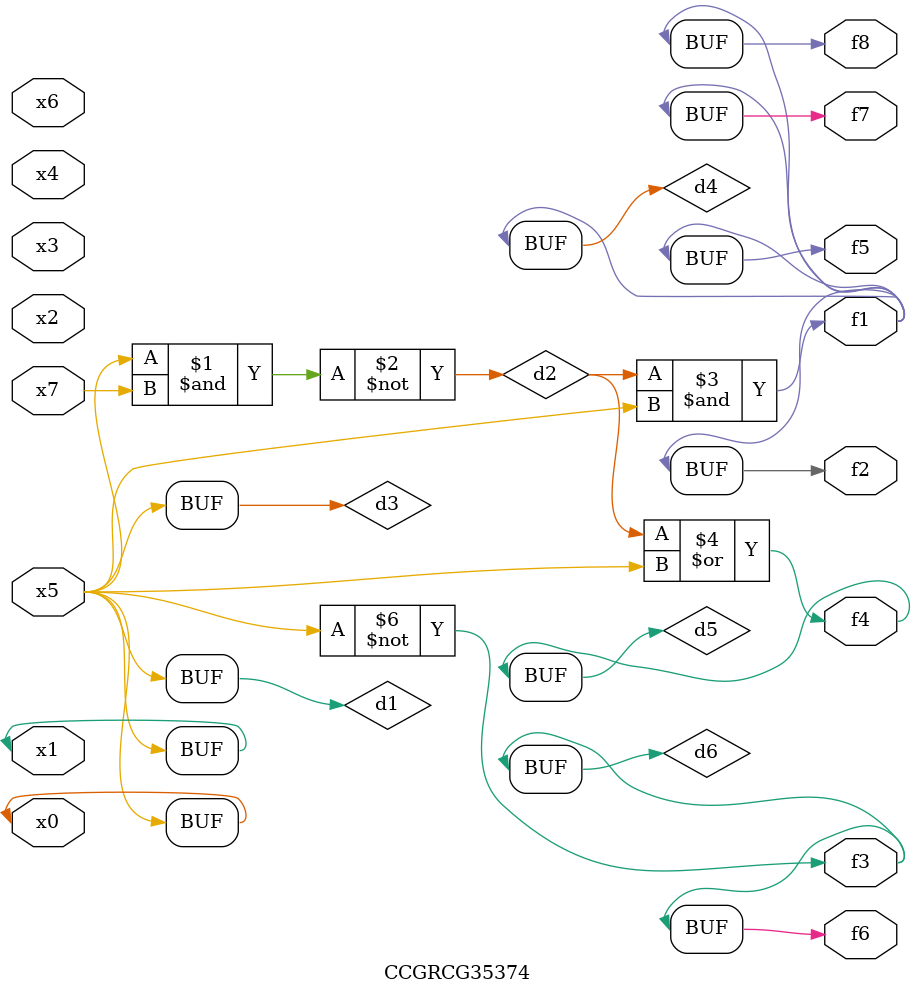
<source format=v>
module CCGRCG35374(
	input x0, x1, x2, x3, x4, x5, x6, x7,
	output f1, f2, f3, f4, f5, f6, f7, f8
);

	wire d1, d2, d3, d4, d5, d6;

	buf (d1, x0, x5);
	nand (d2, x5, x7);
	buf (d3, x0, x1);
	and (d4, d2, d3);
	or (d5, d2, d3);
	nor (d6, d1, d3);
	assign f1 = d4;
	assign f2 = d4;
	assign f3 = d6;
	assign f4 = d5;
	assign f5 = d4;
	assign f6 = d6;
	assign f7 = d4;
	assign f8 = d4;
endmodule

</source>
